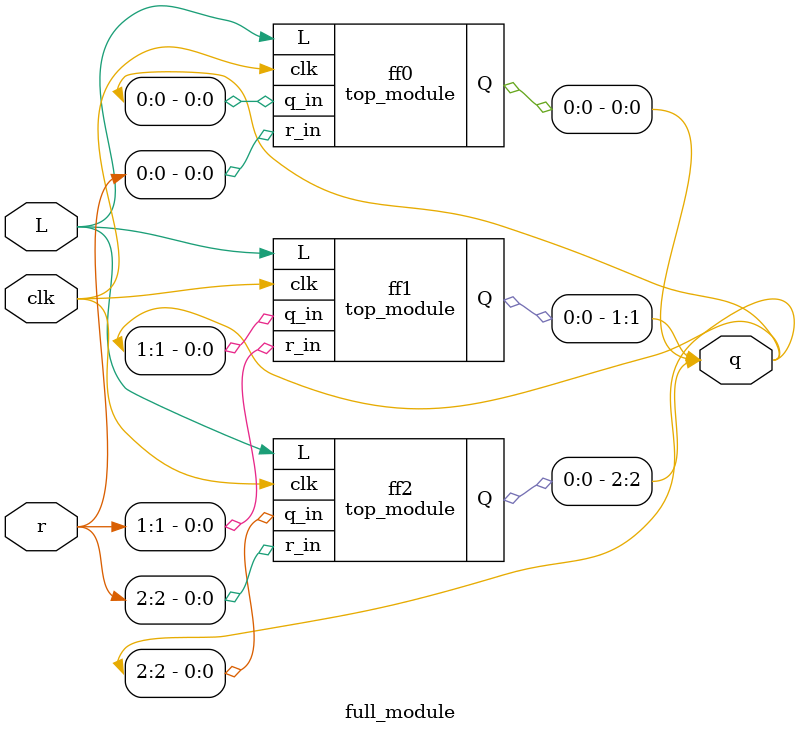
<source format=sv>
module top_module(
    input clk,
    input L,
    input q_in,
    input r_in,
    output reg Q
);

    always @(posedge clk) begin
        if (L) begin
            Q <= r_in;
        end else begin
            Q <= q_in;
        end
    end
endmodule
module full_module (
    input [2:0] r,
    input L,
    input clk,
    output reg [2:0] q
);

    top_module ff0 (
        .clk(clk),
        .L(L),
        .q_in(q[0]),
        .r_in(r[0]),
        .Q(q[0])
    );

    top_module ff1 (
        .clk(clk),
        .L(L),
        .q_in(q[1]),
        .r_in(r[1]),
        .Q(q[1])
    );

    top_module ff2 (
        .clk(clk),
        .L(L),
        .q_in({q[1] ^ q[2], q[0], q[2]}),
        .r_in(r[2]),
        .Q(q[2])
    );

endmodule

</source>
